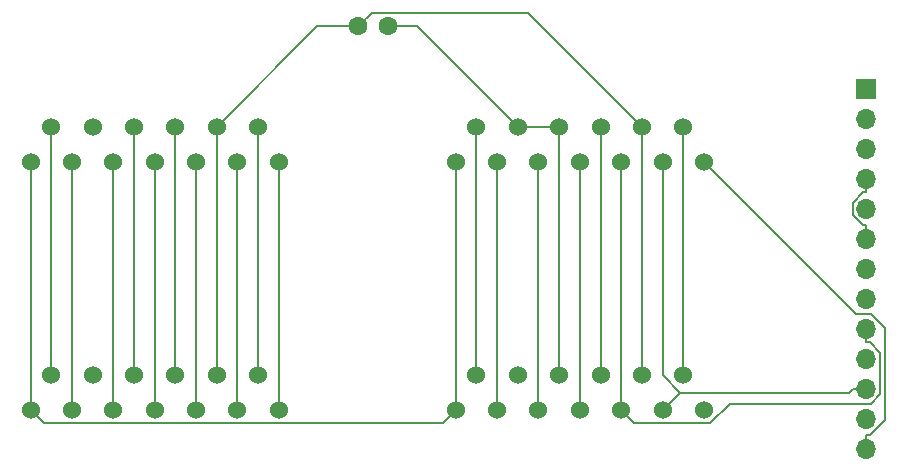
<source format=gbr>
%TF.GenerationSoftware,KiCad,Pcbnew,8.0.3*%
%TF.CreationDate,2024-06-19T11:52:11-04:00*%
%TF.ProjectId,SioHub,53696f48-7562-42e6-9b69-6361645f7063,rev?*%
%TF.SameCoordinates,Original*%
%TF.FileFunction,Copper,L2,Bot*%
%TF.FilePolarity,Positive*%
%FSLAX46Y46*%
G04 Gerber Fmt 4.6, Leading zero omitted, Abs format (unit mm)*
G04 Created by KiCad (PCBNEW 8.0.3) date 2024-06-19 11:52:11*
%MOMM*%
%LPD*%
G01*
G04 APERTURE LIST*
%TA.AperFunction,ComponentPad*%
%ADD10C,1.524000*%
%TD*%
%TA.AperFunction,ComponentPad*%
%ADD11C,1.600000*%
%TD*%
%TA.AperFunction,ComponentPad*%
%ADD12R,1.700000X1.700000*%
%TD*%
%TA.AperFunction,ComponentPad*%
%ADD13O,1.700000X1.700000*%
%TD*%
%TA.AperFunction,Conductor*%
%ADD14C,0.200000*%
%TD*%
G04 APERTURE END LIST*
D10*
%TO.P,SIO1,1,Clock_Input*%
%TO.N,CLKIN*%
X127250000Y-65500000D03*
%TO.P,SIO1,2,Clock_Output*%
%TO.N,CLKOUT*%
X129000000Y-62500000D03*
%TO.P,SIO1,3,Data_Input*%
%TO.N,DIN*%
X130750000Y-65500000D03*
%TO.P,SIO1,4,Ground*%
%TO.N,GND*%
X132500000Y-62500000D03*
%TO.P,SIO1,5,Data_Output*%
%TO.N,DOUT*%
X134250000Y-65500000D03*
%TO.P,SIO1,6,Ground*%
%TO.N,GND*%
X136000000Y-62500000D03*
%TO.P,SIO1,7,Command*%
%TO.N,CMD*%
X137750000Y-65500000D03*
%TO.P,SIO1,8,Motor_Control*%
%TO.N,MOTOR*%
X139500000Y-62500000D03*
%TO.P,SIO1,9,Proceed*%
%TO.N,PROC*%
X141250000Y-65500000D03*
%TO.P,SIO1,10,+5V/Ready*%
%TO.N,5V*%
X143000000Y-62500000D03*
%TO.P,SIO1,11,Audio_Input*%
%TO.N,AUDIN*%
X144750000Y-65500000D03*
%TO.P,SIO1,12,+12V*%
%TO.N,12V*%
X146500000Y-62500000D03*
%TO.P,SIO1,13,Interrupt*%
%TO.N,INT*%
X148250000Y-65500000D03*
%TD*%
%TO.P,SIO2,1,Clock_Input*%
%TO.N,CLKIN*%
X91250000Y-86500000D03*
%TO.P,SIO2,2,Clock_Output*%
%TO.N,CLKOUT*%
X93000000Y-83500000D03*
%TO.P,SIO2,3,Data_Input*%
%TO.N,DIN*%
X94750000Y-86500000D03*
%TO.P,SIO2,4,Ground*%
%TO.N,GND*%
X96500000Y-83500000D03*
%TO.P,SIO2,5,Data_Output*%
%TO.N,DOUT*%
X98250000Y-86500000D03*
%TO.P,SIO2,6,Ground*%
%TO.N,GND*%
X100000000Y-83500000D03*
%TO.P,SIO2,7,Command*%
%TO.N,CMD*%
X101750000Y-86500000D03*
%TO.P,SIO2,8,Motor_Control*%
%TO.N,MOTOR*%
X103500000Y-83500000D03*
%TO.P,SIO2,9,Proceed*%
%TO.N,PROC*%
X105250000Y-86500000D03*
%TO.P,SIO2,10,+5V/Ready*%
%TO.N,5V*%
X107000000Y-83500000D03*
%TO.P,SIO2,11,Audio_Input*%
%TO.N,AUDIN*%
X108750000Y-86500000D03*
%TO.P,SIO2,12,+12V*%
%TO.N,12V*%
X110500000Y-83500000D03*
%TO.P,SIO2,13,Interrupt*%
%TO.N,INT*%
X112250000Y-86500000D03*
%TD*%
D11*
%TO.P,C1,1*%
%TO.N,5V*%
X118987800Y-53992200D03*
%TO.P,C1,2*%
%TO.N,GND*%
X121487800Y-53992200D03*
%TD*%
D12*
%TO.P,SIO4,1,Pin_1*%
%TO.N,CLKIN*%
X162000000Y-59300000D03*
D13*
%TO.P,SIO4,2,Pin_2*%
%TO.N,CLKOUT*%
X162000000Y-61840000D03*
%TO.P,SIO4,3,Pin_3*%
%TO.N,DIN*%
X162000000Y-64380000D03*
%TO.P,SIO4,4,Pin_4*%
%TO.N,GND*%
X162000000Y-66920000D03*
%TO.P,SIO4,5,Pin_5*%
%TO.N,DOUT*%
X162000000Y-69460000D03*
%TO.P,SIO4,6,Pin_6*%
%TO.N,GND*%
X162000000Y-72000000D03*
%TO.P,SIO4,7,Pin_7*%
%TO.N,CMD*%
X162000000Y-74540000D03*
%TO.P,SIO4,8,Pin_8*%
%TO.N,MOTOR*%
X162000000Y-77080000D03*
%TO.P,SIO4,9,Pin_9*%
%TO.N,PROC*%
X162000000Y-79620000D03*
%TO.P,SIO4,10,Pin_10*%
%TO.N,5V*%
X162000000Y-82160000D03*
%TO.P,SIO4,11,Pin_11*%
%TO.N,AUDIN*%
X162000000Y-84700000D03*
%TO.P,SIO4,12,Pin_12*%
%TO.N,12V*%
X162000000Y-87240000D03*
%TO.P,SIO4,13,Pin_13*%
%TO.N,INT*%
X162000000Y-89780000D03*
%TD*%
D10*
%TO.P,SIO0,1,Clock_Input*%
%TO.N,CLKIN*%
X91250000Y-65500000D03*
%TO.P,SIO0,2,Clock_Output*%
%TO.N,CLKOUT*%
X93000000Y-62500000D03*
%TO.P,SIO0,3,Data_Input*%
%TO.N,DIN*%
X94750000Y-65500000D03*
%TO.P,SIO0,4,Ground*%
%TO.N,GND*%
X96500000Y-62500000D03*
%TO.P,SIO0,5,Data_Output*%
%TO.N,DOUT*%
X98250000Y-65500000D03*
%TO.P,SIO0,6,Ground*%
%TO.N,GND*%
X100000000Y-62500000D03*
%TO.P,SIO0,7,Command*%
%TO.N,CMD*%
X101750000Y-65500000D03*
%TO.P,SIO0,8,Motor_Control*%
%TO.N,MOTOR*%
X103500000Y-62500000D03*
%TO.P,SIO0,9,Proceed*%
%TO.N,PROC*%
X105250000Y-65500000D03*
%TO.P,SIO0,10,+5V/Ready*%
%TO.N,5V*%
X107000000Y-62500000D03*
%TO.P,SIO0,11,Audio_Input*%
%TO.N,AUDIN*%
X108750000Y-65500000D03*
%TO.P,SIO0,12,+12V*%
%TO.N,12V*%
X110500000Y-62500000D03*
%TO.P,SIO0,13,Interrupt*%
%TO.N,INT*%
X112250000Y-65500000D03*
%TD*%
%TO.P,SIO3,1,Clock_Input*%
%TO.N,CLKIN*%
X127250000Y-86500000D03*
%TO.P,SIO3,2,Clock_Output*%
%TO.N,CLKOUT*%
X129000000Y-83500000D03*
%TO.P,SIO3,3,Data_Input*%
%TO.N,DIN*%
X130750000Y-86500000D03*
%TO.P,SIO3,4,Ground*%
%TO.N,GND*%
X132500000Y-83500000D03*
%TO.P,SIO3,5,Data_Output*%
%TO.N,DOUT*%
X134250000Y-86500000D03*
%TO.P,SIO3,6,Ground*%
%TO.N,GND*%
X136000000Y-83500000D03*
%TO.P,SIO3,7,Command*%
%TO.N,CMD*%
X137750000Y-86500000D03*
%TO.P,SIO3,8,Motor_Control*%
%TO.N,MOTOR*%
X139500000Y-83500000D03*
%TO.P,SIO3,9,Proceed*%
%TO.N,PROC*%
X141250000Y-86500000D03*
%TO.P,SIO3,10,+5V/Ready*%
%TO.N,5V*%
X143000000Y-83500000D03*
%TO.P,SIO3,11,Audio_Input*%
%TO.N,AUDIN*%
X144750000Y-86500000D03*
%TO.P,SIO3,12,+12V*%
%TO.N,12V*%
X146500000Y-83500000D03*
%TO.P,SIO3,13,Interrupt*%
%TO.N,INT*%
X148250000Y-86500000D03*
%TD*%
D14*
%TO.N,12V*%
X110500000Y-62500000D02*
X110500000Y-83500000D01*
X146500000Y-83500000D02*
X146500000Y-62500000D01*
%TO.N,5V*%
X107000000Y-62500000D02*
X107000000Y-83500000D01*
X115507800Y-53992200D02*
X118987800Y-53992200D01*
X107000000Y-62500000D02*
X115507800Y-53992200D01*
X143000000Y-83500000D02*
X143000000Y-62500000D01*
X120136300Y-52843700D02*
X118987800Y-53992200D01*
X133343700Y-52843700D02*
X120136300Y-52843700D01*
X143000000Y-62500000D02*
X133343700Y-52843700D01*
%TO.N,CMD*%
X137750000Y-86500000D02*
X137750000Y-65500000D01*
X101750000Y-65500000D02*
X101750000Y-86500000D01*
%TO.N,DIN*%
X130750000Y-86500000D02*
X130750000Y-65500000D01*
X94750000Y-65500000D02*
X94750000Y-86500000D01*
%TO.N,INT*%
X112250000Y-65500000D02*
X112250000Y-86500000D01*
X162000000Y-89780000D02*
X162000000Y-88628300D01*
X161100000Y-78350000D02*
X148250000Y-65500000D01*
X162385000Y-78350000D02*
X161100000Y-78350000D01*
X163580000Y-79545000D02*
X162385000Y-78350000D01*
X163580000Y-87336200D02*
X163580000Y-79545000D01*
X162287900Y-88628300D02*
X163580000Y-87336200D01*
X162000000Y-88628300D02*
X162287900Y-88628300D01*
%TO.N,PROC*%
X105250000Y-65500000D02*
X105250000Y-86500000D01*
X141250000Y-65500000D02*
X141250000Y-86500000D01*
X142364300Y-87614300D02*
X141250000Y-86500000D01*
X148797100Y-87614300D02*
X142364300Y-87614300D01*
X150441400Y-85970000D02*
X148797100Y-87614300D01*
X162372500Y-85970000D02*
X150441400Y-85970000D01*
X163164300Y-85178200D02*
X162372500Y-85970000D01*
X163164300Y-81648100D02*
X163164300Y-85178200D01*
X162287900Y-80771700D02*
X163164300Y-81648100D01*
X162000000Y-80771700D02*
X162287900Y-80771700D01*
X162000000Y-79620000D02*
X162000000Y-80771700D01*
%TO.N,AUDIN*%
X108750000Y-65500000D02*
X108750000Y-86500000D01*
X162000000Y-84700000D02*
X160848300Y-84700000D01*
X144750000Y-83562400D02*
X144750000Y-65500000D01*
X146218800Y-85031200D02*
X144750000Y-83562400D01*
X160517100Y-85031200D02*
X146218800Y-85031200D01*
X160848300Y-84700000D02*
X160517100Y-85031200D01*
X146218800Y-85031200D02*
X144750000Y-86500000D01*
%TO.N,MOTOR*%
X139500000Y-83500000D02*
X139500000Y-62500000D01*
X103500000Y-62500000D02*
X103500000Y-83500000D01*
%TO.N,DOUT*%
X134250000Y-86500000D02*
X134250000Y-65500000D01*
X98250000Y-65500000D02*
X98250000Y-86500000D01*
%TO.N,CLKOUT*%
X129000000Y-83500000D02*
X129000000Y-62500000D01*
X93000000Y-62500000D02*
X93000000Y-83500000D01*
%TO.N,CLKIN*%
X91250000Y-65500000D02*
X91250000Y-86500000D01*
X127250000Y-86500000D02*
X127250000Y-65500000D01*
X92348700Y-87598700D02*
X91250000Y-86500000D01*
X126151300Y-87598700D02*
X92348700Y-87598700D01*
X127250000Y-86500000D02*
X126151300Y-87598700D01*
%TO.N,GND*%
X161731500Y-68071700D02*
X162000000Y-68071700D01*
X160841900Y-68961300D02*
X161731500Y-68071700D01*
X160841900Y-69978100D02*
X160841900Y-68961300D01*
X161712100Y-70848300D02*
X160841900Y-69978100D01*
X162000000Y-70848300D02*
X161712100Y-70848300D01*
X162000000Y-72000000D02*
X162000000Y-70848300D01*
X162000000Y-66920000D02*
X162000000Y-68071700D01*
X123992200Y-53992200D02*
X132500000Y-62500000D01*
X121487800Y-53992200D02*
X123992200Y-53992200D01*
X100000000Y-62500000D02*
X100000000Y-83500000D01*
X136000000Y-83500000D02*
X136000000Y-62500000D01*
X136000000Y-62500000D02*
X132500000Y-62500000D01*
%TD*%
M02*

</source>
